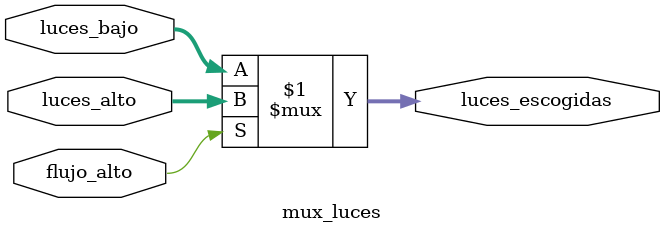
<source format=v>
`timescale 1ns / 1ps


module mux_luces(
    input [5:0] luces_bajo, luces_alto,
    input flujo_alto,
    output [5:0] luces_escogidas
    );
    
    assign luces_escogidas = flujo_alto ? luces_alto : luces_bajo; 
    
endmodule

</source>
